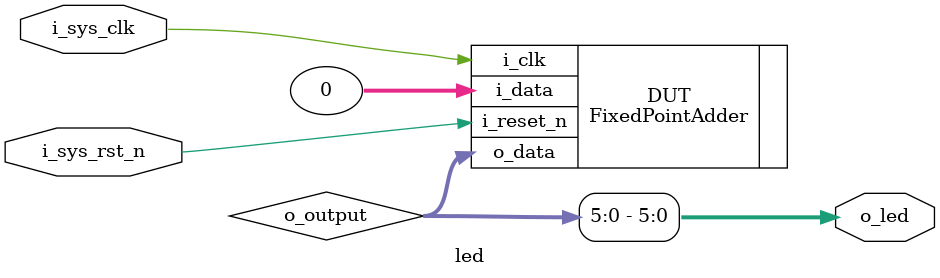
<source format=v>
module led (
    input   wire            i_sys_clk,          // clk input
    input   wire            i_sys_rst_n,        // reset input
    output  wire     [5:0]   o_led    // 6 LEDS pin
);

// module FixedPointAdder(
//     input   wire    [0:0]   i_clk,
//     input   wire    [0:0]   i_reset_n,
//     input   wire    [7:0]   i_data,
//     output  reg     [7:0]   o_data
// );
wire [7:0] o_output;
FixedPointAdder DUT(
    .i_clk(i_sys_clk),
    .i_reset_n(i_sys_rst_n),
    .i_data('h00),  // Example input data, modify as needed
    .o_data(o_output)   // Connect output to LED pins
);
assign o_led = o_output[5:0]; // Assign the first 6 bits to the LED output    

endmodule

</source>
